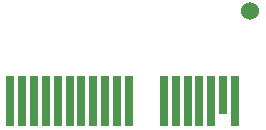
<source format=gbr>
%TF.GenerationSoftware,KiCad,Pcbnew,(6.0.6)*%
%TF.CreationDate,2023-06-01T04:25:58-08:00*%
%TF.ProjectId,FanSpeed_Controller,46616e53-7065-4656-945f-436f6e74726f,rev?*%
%TF.SameCoordinates,Original*%
%TF.FileFunction,Soldermask,Top*%
%TF.FilePolarity,Negative*%
%FSLAX46Y46*%
G04 Gerber Fmt 4.6, Leading zero omitted, Abs format (unit mm)*
G04 Created by KiCad (PCBNEW (6.0.6)) date 2023-06-01 04:25:58*
%MOMM*%
%LPD*%
G01*
G04 APERTURE LIST*
%ADD10C,1.524000*%
%ADD11R,0.700000X4.300000*%
%ADD12R,0.700000X3.200000*%
G04 APERTURE END LIST*
D10*
%TO.C,REF\u002A\u002A*%
X110400000Y-34920000D03*
D11*
X90080000Y-42540000D03*
X91080000Y-42540000D03*
X92080000Y-42540000D03*
X93080000Y-42540000D03*
X94080000Y-42540000D03*
X95080000Y-42540000D03*
X96080000Y-42540000D03*
X97080000Y-42540000D03*
X98080000Y-42540000D03*
X99080000Y-42540000D03*
X100080000Y-42540000D03*
X103080000Y-42540000D03*
X104080000Y-42540000D03*
X105080000Y-42540000D03*
X106080000Y-42540000D03*
X107080000Y-42540000D03*
D12*
X108080000Y-41990000D03*
D11*
X109080000Y-42540000D03*
%TD*%
M02*

</source>
